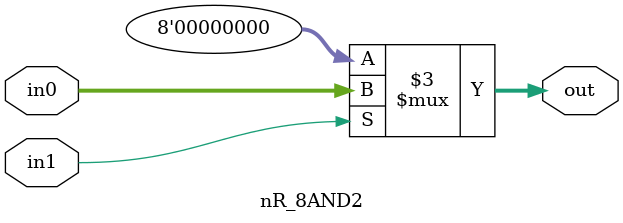
<source format=v>
module nR_8AND2(in0,in1,out);
	input[7:0] in0;
	input in1;
	output reg[7:0] out;
	always@(*)
	 if(in1)
	   out<=in0;
	 else
	   out<=0;
endmodule
</source>
